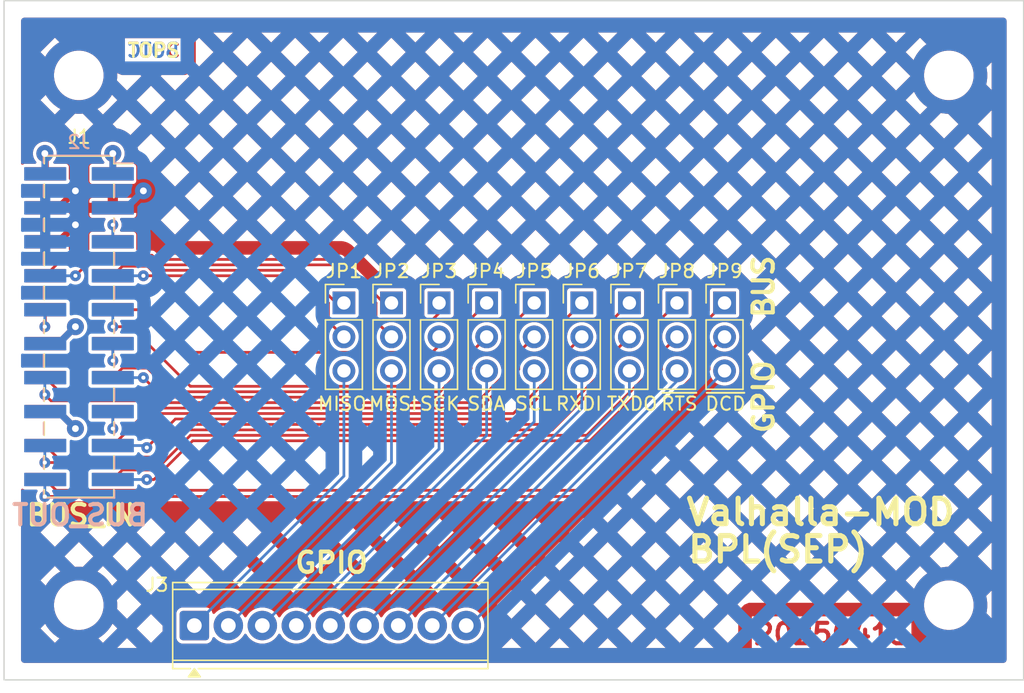
<source format=kicad_pcb>
(kicad_pcb (version 20241229) (generator "pcbnew") (generator_version "9.0")
  (title_block (title "Valhalla MOD PSU") (date "2025-01-06") (rev "1"))
  (layers (0 "F.Cu" signal) (2 "B.Cu" signal) (13 "F.Paste" user) (15 "B.Paste" user) (5 "F.SilkS" user "F.Silkscreen") (7 "B.SilkS" user "B.Silkscreen") (1 "F.Mask" user) (3 "B.Mask" user) (25 "Edge.Cuts" user))
  (net 0 "")
  (net 1 "/DGND")
  (net 2 "/AVCC")
  (net 3 "/~{IINT}")
  (net 4 "/BVCC")
  (net 5 "/~{SS}")
  (net 6 "/AGND")
  (net 7 "/DVCC")
  (net 8 "/LVCC")
  (net 9 "/~{SINT}")
  (net 10 "/~{RESET}")
  (net 11 "/MOSI_IN")
  (net 12 "/~{RTS_IN}")
  (net 13 "/RXDI_IN")
  (net 14 "/SCL_IN")
  (net 15 "/SCK_IN")
  (net 16 "/TXDO_IN")
  (net 17 "/SDA_IN")
  (net 18 "/MISO_IN")
  (net 19 "/~{DCD_IN}")
  (net 20 "/SDA_OUT")
  (net 21 "/SCL_OUT")
  (net 22 "/~{RTS_OUT}")
  (net 23 "/~{DCD_OUT}")
  (net 24 "/SCK_OUT")
  (net 25 "/MISO_OUT")
  (net 26 "/TXDO_OUT")
  (net 27 "/MOSI_OUT")
  (net 28 "/RXDI_OUT")
  (net 29 "Net-(J3-Pin_2)")
  (net 30 "Net-(J3-Pin_1)")
  (net 31 "Net-(J3-Pin_3)")
  (net 32 "Net-(J3-Pin_7)")
  (net 33 "Net-(J3-Pin_6)")
  (net 34 "Net-(J3-Pin_4)")
  (net 35 "Net-(J3-Pin_9)")
  (net 36 "Net-(J3-Pin_8)")
  (net 37 "Net-(J3-Pin_5)")
  (footprint "MountingHole:MountingHole_3.2mm_M3_ISO7380" (layer "F.Cu") (at 139.192 41.148)
    (property "Reference" "H1" (hide yes))
    (property "Value" "UI")
    (pad "" np_thru_hole circle (at 0 0) (size 3.2 3.2) (drill 3.2) (layers "*.Cu" "*.Mask"))
  )
  (footprint "Connector_PinHeader_2.54mm:PinHeader_1x03_P2.54mm_Vertical" (layer "F.Cu") (at 111.76 58.166)
    (property "Reference" "JP6" (at 0 -2.38 0) (layer "F.SilkS"))
    (property "Value" "RXDI")
    (fp_line (start -1.38 -1.38) (end 0 -1.38) (stroke (width 0.12)) (layer "F.SilkS"))
    (fp_line (start -1.38 0) (end -1.38 -1.38) (stroke (width 0.12)) (layer "F.SilkS"))
    (fp_line (start -1.38 1.27) (end -1.38 6.46) (stroke (width 0.12)) (layer "F.SilkS"))
    (fp_line (start -1.38 1.27) (end 1.38 1.27) (stroke (width 0.12)) (layer "F.SilkS"))
    (fp_line (start -1.38 6.46) (end 1.38 6.46) (stroke (width 0.12)) (layer "F.SilkS"))
    (fp_line (start 1.38 1.27) (end 1.38 6.46) (stroke (width 0.12)) (layer "F.SilkS"))
    (pad "1" thru_hole rect (at 0 0) (size 1.7 1.7) (drill 1) (layers "*.Cu" "*.Mask") (net 13 "/RXDI_IN"))
    (pad "2" thru_hole circle (at 0 2.54) (size 1.7 1.7) (drill 1) (layers "*.Cu" "*.Mask") (net 28 "/RXDI_OUT"))
    (pad "3" thru_hole circle (at 0 5.08) (size 1.7 1.7) (drill 1) (layers "*.Cu" "*.Mask") (net 33 "Net-(J3-Pin_6)"))
  )
  (footprint "Connector_PinHeader_2.54mm:PinHeader_1x03_P2.54mm_Vertical" (layer "F.Cu") (at 118.872 58.166)
    (property "Reference" "JP8" (at 0 -2.38 0) (layer "F.SilkS"))
    (property "Value" "~{RTS}")
    (fp_line (start -1.38 -1.38) (end 0 -1.38) (stroke (width 0.12)) (layer "F.SilkS"))
    (fp_line (start -1.38 0) (end -1.38 -1.38) (stroke (width 0.12)) (layer "F.SilkS"))
    (fp_line (start -1.38 1.27) (end -1.38 6.46) (stroke (width 0.12)) (layer "F.SilkS"))
    (fp_line (start -1.38 1.27) (end 1.38 1.27) (stroke (width 0.12)) (layer "F.SilkS"))
    (fp_line (start -1.38 6.46) (end 1.38 6.46) (stroke (width 0.12)) (layer "F.SilkS"))
    (fp_line (start 1.38 1.27) (end 1.38 6.46) (stroke (width 0.12)) (layer "F.SilkS"))
    (pad "1" thru_hole rect (at 0 0) (size 1.7 1.7) (drill 1) (layers "*.Cu" "*.Mask") (net 12 "/~{RTS_IN}"))
    (pad "2" thru_hole circle (at 0 2.54) (size 1.7 1.7) (drill 1) (layers "*.Cu" "*.Mask") (net 22 "/~{RTS_OUT}"))
    (pad "3" thru_hole circle (at 0 5.08) (size 1.7 1.7) (drill 1) (layers "*.Cu" "*.Mask") (net 36 "Net-(J3-Pin_8)"))
  )
  (footprint "Connector_PinHeader_2.54mm:PinHeader_1x03_P2.54mm_Vertical" (layer "F.Cu") (at 97.536 58.166)
    (property "Reference" "JP2" (at 0 -2.38 0) (layer "F.SilkS"))
    (property "Value" "MISO")
    (fp_line (start -1.38 -1.38) (end 0 -1.38) (stroke (width 0.12)) (layer "F.SilkS"))
    (fp_line (start -1.38 0) (end -1.38 -1.38) (stroke (width 0.12)) (layer "F.SilkS"))
    (fp_line (start -1.38 1.27) (end -1.38 6.46) (stroke (width 0.12)) (layer "F.SilkS"))
    (fp_line (start -1.38 1.27) (end 1.38 1.27) (stroke (width 0.12)) (layer "F.SilkS"))
    (fp_line (start -1.38 6.46) (end 1.38 6.46) (stroke (width 0.12)) (layer "F.SilkS"))
    (fp_line (start 1.38 1.27) (end 1.38 6.46) (stroke (width 0.12)) (layer "F.SilkS"))
    (pad "1" thru_hole rect (at 0 0) (size 1.7 1.7) (drill 1) (layers "*.Cu" "*.Mask") (net 18 "/MISO_IN"))
    (pad "2" thru_hole circle (at 0 2.54) (size 1.7 1.7) (drill 1) (layers "*.Cu" "*.Mask") (net 25 "/MISO_OUT"))
    (pad "3" thru_hole circle (at 0 5.08) (size 1.7 1.7) (drill 1) (layers "*.Cu" "*.Mask") (net 29 "Net-(J3-Pin_2)"))
  )
  (footprint "Connector_PinHeader_2.54mm:PinHeader_1x03_P2.54mm_Vertical" (layer "F.Cu") (at 108.204 58.166)
    (property "Reference" "JP5" (at 0 -2.38 0) (layer "F.SilkS"))
    (property "Value" "SCL")
    (fp_line (start -1.38 -1.38) (end 0 -1.38) (stroke (width 0.12)) (layer "F.SilkS"))
    (fp_line (start -1.38 0) (end -1.38 -1.38) (stroke (width 0.12)) (layer "F.SilkS"))
    (fp_line (start -1.38 1.27) (end -1.38 6.46) (stroke (width 0.12)) (layer "F.SilkS"))
    (fp_line (start -1.38 1.27) (end 1.38 1.27) (stroke (width 0.12)) (layer "F.SilkS"))
    (fp_line (start -1.38 6.46) (end 1.38 6.46) (stroke (width 0.12)) (layer "F.SilkS"))
    (fp_line (start 1.38 1.27) (end 1.38 6.46) (stroke (width 0.12)) (layer "F.SilkS"))
    (pad "1" thru_hole rect (at 0 0) (size 1.7 1.7) (drill 1) (layers "*.Cu" "*.Mask") (net 14 "/SCL_IN"))
    (pad "2" thru_hole circle (at 0 2.54) (size 1.7 1.7) (drill 1) (layers "*.Cu" "*.Mask") (net 21 "/SCL_OUT"))
    (pad "3" thru_hole circle (at 0 5.08) (size 1.7 1.7) (drill 1) (layers "*.Cu" "*.Mask") (net 37 "Net-(J3-Pin_5)"))
  )
  (footprint "TerminalBlock_Phoenix:TerminalBlock_Phoenix_MPT-0,5-9-2.54_1x09_P2.54mm_Horizontal" (layer "F.Cu") (at 82.804 82.296)
    (property "Reference" "J3" (at -2.794 -3.048 0) (layer "F.SilkS"))
    (property "Value" "GPIO")
    (fp_line (start -1.62 -3.22) (end -1.62 3.22) (stroke (width 0.12)) (layer "F.SilkS"))
    (fp_line (start -1.62 -3.22) (end 21.94 -3.22) (stroke (width 0.12)) (layer "F.SilkS"))
    (fp_line (start -1.62 -2.7) (end 21.94 -2.7) (stroke (width 0.12)) (layer "F.SilkS"))
    (fp_line (start -1.62 2.6) (end 21.94 2.6) (stroke (width 0.12)) (layer "F.SilkS"))
    (fp_line (start -1.62 3.22) (end -0.3 3.22) (stroke (width 0.12)) (layer "F.SilkS"))
    (fp_line (start 0.3 3.22) (end 21.94 3.22) (stroke (width 0.12)) (layer "F.SilkS"))
    (fp_line (start 21.94 -3.22) (end 21.94 3.22) (stroke (width 0.12)) (layer "F.SilkS"))
    (fp_poly (pts (xy 0 3.22) (xy 0.44 3.83) (xy -0.44 3.83)) (stroke (width 0.12)) (fill yes) (layer "F.SilkS"))
    (pad "1" thru_hole roundrect (at 0 0) (size 2.2 2.2) (drill 1.1) (layers "*.Cu" "*.Mask") (roundrect_rratio 0.113636) (net 30 "Net-(J3-Pin_1)"))
    (pad "2" thru_hole circle (at 2.54 0) (size 2.2 2.2) (drill 1.1) (layers "*.Cu" "*.Mask") (net 29 "Net-(J3-Pin_2)"))
    (pad "3" thru_hole circle (at 5.08 0) (size 2.2 2.2) (drill 1.1) (layers "*.Cu" "*.Mask") (net 31 "Net-(J3-Pin_3)"))
    (pad "4" thru_hole circle (at 7.62 0) (size 2.2 2.2) (drill 1.1) (layers "*.Cu" "*.Mask") (net 34 "Net-(J3-Pin_4)"))
    (pad "5" thru_hole circle (at 10.16 0) (size 2.2 2.2) (drill 1.1) (layers "*.Cu" "*.Mask") (net 37 "Net-(J3-Pin_5)"))
    (pad "6" thru_hole circle (at 12.7 0) (size 2.2 2.2) (drill 1.1) (layers "*.Cu" "*.Mask") (net 33 "Net-(J3-Pin_6)"))
    (pad "7" thru_hole circle (at 15.24 0) (size 2.2 2.2) (drill 1.1) (layers "*.Cu" "*.Mask") (net 32 "Net-(J3-Pin_7)"))
    (pad "8" thru_hole circle (at 17.78 0) (size 2.2 2.2) (drill 1.1) (layers "*.Cu" "*.Mask") (net 36 "Net-(J3-Pin_8)"))
    (pad "9" thru_hole circle (at 20.32 0) (size 2.2 2.2) (drill 1.1) (layers "*.Cu" "*.Mask") (net 35 "Net-(J3-Pin_9)"))
  )
  (footprint "Connector_PinHeader_2.54mm:PinHeader_1x03_P2.54mm_Vertical" (layer "F.Cu") (at 93.98 58.166)
    (property "Reference" "JP1" (at 0 -2.38 0) (layer "F.SilkS"))
    (property "Value" "MOSI")
    (fp_line (start -1.38 -1.38) (end 0 -1.38) (stroke (width 0.12)) (layer "F.SilkS"))
    (fp_line (start -1.38 0) (end -1.38 -1.38) (stroke (width 0.12)) (layer "F.SilkS"))
    (fp_line (start -1.38 1.27) (end -1.38 6.46) (stroke (width 0.12)) (layer "F.SilkS"))
    (fp_line (start -1.38 1.27) (end 1.38 1.27) (stroke (width 0.12)) (layer "F.SilkS"))
    (fp_line (start -1.38 6.46) (end 1.38 6.46) (stroke (width 0.12)) (layer "F.SilkS"))
    (fp_line (start 1.38 1.27) (end 1.38 6.46) (stroke (width 0.12)) (layer "F.SilkS"))
    (pad "1" thru_hole rect (at 0 0) (size 1.7 1.7) (drill 1) (layers "*.Cu" "*.Mask") (net 11 "/MOSI_IN"))
    (pad "2" thru_hole circle (at 0 2.54) (size 1.7 1.7) (drill 1) (layers "*.Cu" "*.Mask") (net 27 "/MOSI_OUT"))
    (pad "3" thru_hole circle (at 0 5.08) (size 1.7 1.7) (drill 1) (layers "*.Cu" "*.Mask") (net 30 "Net-(J3-Pin_1)"))
  )
  (footprint "MountingHole:MountingHole_3.2mm_M3_ISO7380" (layer "F.Cu") (at 74.168 80.772)
    (property "Reference" "H4" (hide yes))
    (property "Value" "BUS")
    (pad "" np_thru_hole circle (at 0 0) (size 3.2 3.2) (drill 3.2) (layers "*.Cu" "*.Mask"))
  )
  (footprint "Connector_PinHeader_2.54mm:PinHeader_1x03_P2.54mm_Vertical" (layer "F.Cu") (at 122.428 58.166)
    (property "Reference" "JP9" (at 0 -2.38 0) (layer "F.SilkS"))
    (property "Value" "~{DCD}")
    (fp_line (start -1.38 -1.38) (end 0 -1.38) (stroke (width 0.12)) (layer "F.SilkS"))
    (fp_line (start -1.38 0) (end -1.38 -1.38) (stroke (width 0.12)) (layer "F.SilkS"))
    (fp_line (start -1.38 1.27) (end -1.38 6.46) (stroke (width 0.12)) (layer "F.SilkS"))
    (fp_line (start -1.38 1.27) (end 1.38 1.27) (stroke (width 0.12)) (layer "F.SilkS"))
    (fp_line (start -1.38 6.46) (end 1.38 6.46) (stroke (width 0.12)) (layer "F.SilkS"))
    (fp_line (start 1.38 1.27) (end 1.38 6.46) (stroke (width 0.12)) (layer "F.SilkS"))
    (pad "1" thru_hole rect (at 0 0) (size 1.7 1.7) (drill 1) (layers "*.Cu" "*.Mask") (net 19 "/~{DCD_IN}"))
    (pad "2" thru_hole circle (at 0 2.54) (size 1.7 1.7) (drill 1) (layers "*.Cu" "*.Mask") (net 23 "/~{DCD_OUT}"))
    (pad "3" thru_hole circle (at 0 5.08) (size 1.7 1.7) (drill 1) (layers "*.Cu" "*.Mask") (net 35 "Net-(J3-Pin_9)"))
  )
  (footprint "Connector_PinHeader_2.54mm:PinHeader_1x03_P2.54mm_Vertical" (layer "F.Cu") (at 101.092 58.166)
    (property "Reference" "JP3" (at 0 -2.38 0) (layer "F.SilkS"))
    (property "Value" "SCK")
    (fp_line (start -1.38 -1.38) (end 0 -1.38) (stroke (width 0.12)) (layer "F.SilkS"))
    (fp_line (start -1.38 0) (end -1.38 -1.38) (stroke (width 0.12)) (layer "F.SilkS"))
    (fp_line (start -1.38 1.27) (end -1.38 6.46) (stroke (width 0.12)) (layer "F.SilkS"))
    (fp_line (start -1.38 1.27) (end 1.38 1.27) (stroke (width 0.12)) (layer "F.SilkS"))
    (fp_line (start -1.38 6.46) (end 1.38 6.46) (stroke (width 0.12)) (layer "F.SilkS"))
    (fp_line (start 1.38 1.27) (end 1.38 6.46) (stroke (width 0.12)) (layer "F.SilkS"))
    (pad "1" thru_hole rect (at 0 0) (size 1.7 1.7) (drill 1) (layers "*.Cu" "*.Mask") (net 15 "/SCK_IN"))
    (pad "2" thru_hole circle (at 0 2.54) (size 1.7 1.7) (drill 1) (layers "*.Cu" "*.Mask") (net 24 "/SCK_OUT"))
    (pad "3" thru_hole circle (at 0 5.08) (size 1.7 1.7) (drill 1) (layers "*.Cu" "*.Mask") (net 31 "Net-(J3-Pin_3)"))
  )
  (footprint "MountingHole:MountingHole_3.2mm_M3_ISO7380" (layer "F.Cu") (at 139.192 80.772)
    (property "Reference" "H2" (hide yes))
    (property "Value" "UI")
    (pad "" np_thru_hole circle (at 0 0) (size 3.2 3.2) (drill 3.2) (layers "*.Cu" "*.Mask"))
  )
  (footprint "Connector_PinSocket_2.54mm:PinSocket_2x10_P2.54mm_Vertical_SMD" (layer "F.Cu") (at 74.188 59.944)
    (property "Reference" "J1" (at 0 -14.2 0) (layer "F.SilkS"))
    (property "Value" "BUS_IN")
    (fp_line (start -2.6 -12.76) (end -2.6 -12.19) (stroke (width 0.12)) (layer "F.SilkS"))
    (fp_line (start -2.6 -12.76) (end 2.6 -12.76) (stroke (width 0.12)) (layer "F.SilkS"))
    (fp_line (start -2.6 -10.67) (end -2.6 -9.65) (stroke (width 0.12)) (layer "F.SilkS"))
    (fp_line (start -2.6 -8.13) (end -2.6 -7.11) (stroke (width 0.12)) (layer "F.SilkS"))
    (fp_line (start -2.6 -5.59) (end -2.6 -4.57) (stroke (width 0.12)) (layer "F.SilkS"))
    (fp_line (start -2.6 -3.05) (end -2.6 -2.03) (stroke (width 0.12)) (layer "F.SilkS"))
    (fp_line (start -2.6 -0.51) (end -2.6 0.51) (stroke (width 0.12)) (layer "F.SilkS"))
    (fp_line (start -2.6 2.03) (end -2.6 3.05) (stroke (width 0.12)) (layer "F.SilkS"))
    (fp_line (start -2.6 4.57) (end -2.6 5.59) (stroke (width 0.12)) (layer "F.SilkS"))
    (fp_line (start -2.6 7.11) (end -2.6 8.13) (stroke (width 0.12)) (layer "F.SilkS"))
    (fp_line (start -2.6 9.65) (end -2.6 10.67) (stroke (width 0.12)) (layer "F.SilkS"))
    (fp_line (start -2.6 12.19) (end -2.6 12.76) (stroke (width 0.12)) (layer "F.SilkS"))
    (fp_line (start -2.6 12.76) (end 2.6 12.76) (stroke (width 0.12)) (layer "F.SilkS"))
    (fp_line (start 2.6 -12.76) (end 2.6 -12.19) (stroke (width 0.12)) (layer "F.SilkS"))
    (fp_line (start 2.6 -12.19) (end 3.96 -12.19) (stroke (width 0.12)) (layer "F.SilkS"))
    (fp_line (start 2.6 -10.67) (end 2.6 -9.65) (stroke (width 0.12)) (layer "F.SilkS"))
    (fp_line (start 2.6 -8.13) (end 2.6 -7.11) (stroke (width 0.12)) (layer "F.SilkS"))
    (fp_line (start 2.6 -5.59) (end 2.6 -4.57) (stroke (width 0.12)) (layer "F.SilkS"))
    (fp_line (start 2.6 -3.05) (end 2.6 -2.03) (stroke (width 0.12)) (layer "F.SilkS"))
    (fp_line (start 2.6 -0.51) (end 2.6 0.51) (stroke (width 0.12)) (layer "F.SilkS"))
    (fp_line (start 2.6 2.03) (end 2.6 3.05) (stroke (width 0.12)) (layer "F.SilkS"))
    (fp_line (start 2.6 4.57) (end 2.6 5.59) (stroke (width 0.12)) (layer "F.SilkS"))
    (fp_line (start 2.6 7.11) (end 2.6 8.13) (stroke (width 0.12)) (layer "F.SilkS"))
    (fp_line (start 2.6 9.65) (end 2.6 10.67) (stroke (width 0.12)) (layer "F.SilkS"))
    (fp_line (start 2.6 12.19) (end 2.6 12.76) (stroke (width 0.12)) (layer "F.SilkS"))
    (pad "1" smd rect (at 2.52 -11.43) (size 3 1) (layers "F.Cu" "F.Mask" "F.Paste") (net 2 "/AVCC"))
    (pad "2" smd rect (at -2.52 -11.43) (size 3 1) (layers "F.Cu" "F.Mask" "F.Paste") (net 6 "/AGND"))
    (pad "3" smd rect (at 2.52 -8.89) (size 3 1) (layers "F.Cu" "F.Mask" "F.Paste") (net 7 "/DVCC"))
    (pad "4" smd rect (at -2.52 -8.89) (size 3 1) (layers "F.Cu" "F.Mask" "F.Paste") (net 1 "/DGND"))
    (pad "5" smd rect (at 2.52 -6.35) (size 3 1) (layers "F.Cu" "F.Mask" "F.Paste") (net 10 "/~{RESET}"))
    (pad "6" smd rect (at -2.52 -6.35) (size 3 1) (layers "F.Cu" "F.Mask" "F.Paste") (net 1 "/DGND"))
    (pad "7" smd rect (at 2.52 -3.81) (size 3 1) (layers "F.Cu" "F.Mask" "F.Paste") (net 11 "/MOSI_IN"))
    (pad "8" smd rect (at -2.52 -3.81) (size 3 1) (layers "F.Cu" "F.Mask" "F.Paste") (net 18 "/MISO_IN"))
    (pad "9" smd rect (at 2.52 -1.27) (size 3 1) (layers "F.Cu" "F.Mask" "F.Paste") (net 15 "/SCK_IN"))
    (pad "10" smd rect (at -2.52 -1.27) (size 3 1) (layers "F.Cu" "F.Mask" "F.Paste") (net 5 "/~{SS}"))
    (pad "11" smd rect (at 2.52 1.27) (size 3 1) (layers "F.Cu" "F.Mask" "F.Paste") (net 9 "/~{SINT}"))
    (pad "12" smd rect (at -2.52 1.27) (size 3 1) (layers "F.Cu" "F.Mask" "F.Paste") (net 4 "/BVCC"))
    (pad "13" smd rect (at 2.52 3.81) (size 3 1) (layers "F.Cu" "F.Mask" "F.Paste") (net 17 "/SDA_IN"))
    (pad "14" smd rect (at -2.52 3.81) (size 3 1) (layers "F.Cu" "F.Mask" "F.Paste") (net 14 "/SCL_IN"))
    (pad "15" smd rect (at 2.52 6.35) (size 3 1) (layers "F.Cu" "F.Mask" "F.Paste") (net 3 "/~{IINT}"))
    (pad "16" smd rect (at -2.52 6.35) (size 3 1) (layers "F.Cu" "F.Mask" "F.Paste") (net 8 "/LVCC"))
    (pad "17" smd rect (at 2.52 8.89) (size 3 1) (layers "F.Cu" "F.Mask" "F.Paste") (net 13 "/RXDI_IN"))
    (pad "18" smd rect (at -2.52 8.89) (size 3 1) (layers "F.Cu" "F.Mask" "F.Paste") (net 16 "/TXDO_IN"))
    (pad "19" smd rect (at 2.52 11.43) (size 3 1) (layers "F.Cu" "F.Mask" "F.Paste") (net 12 "/~{RTS_IN}"))
    (pad "20" smd rect (at -2.52 11.43) (size 3 1) (layers "F.Cu" "F.Mask" "F.Paste") (net 19 "/~{DCD_IN}"))
  )
  (footprint "Connector_PinHeader_2.54mm:PinHeader_1x03_P2.54mm_Vertical" (layer "F.Cu") (at 115.316 58.166)
    (property "Reference" "JP7" (at 0 -2.38 0) (layer "F.SilkS"))
    (property "Value" "TXDO")
    (fp_line (start -1.38 -1.38) (end 0 -1.38) (stroke (width 0.12)) (layer "F.SilkS"))
    (fp_line (start -1.38 0) (end -1.38 -1.38) (stroke (width 0.12)) (layer "F.SilkS"))
    (fp_line (start -1.38 1.27) (end -1.38 6.46) (stroke (width 0.12)) (layer "F.SilkS"))
    (fp_line (start -1.38 1.27) (end 1.38 1.27) (stroke (width 0.12)) (layer "F.SilkS"))
    (fp_line (start -1.38 6.46) (end 1.38 6.46) (stroke (width 0.12)) (layer "F.SilkS"))
    (fp_line (start 1.38 1.27) (end 1.38 6.46) (stroke (width 0.12)) (layer "F.SilkS"))
    (pad "1" thru_hole rect (at 0 0) (size 1.7 1.7) (drill 1) (layers "*.Cu" "*.Mask") (net 16 "/TXDO_IN"))
    (pad "2" thru_hole circle (at 0 2.54) (size 1.7 1.7) (drill 1) (layers "*.Cu" "*.Mask") (net 26 "/TXDO_OUT"))
    (pad "3" thru_hole circle (at 0 5.08) (size 1.7 1.7) (drill 1) (layers "*.Cu" "*.Mask") (net 32 "Net-(J3-Pin_7)"))
  )
  (footprint "Connector_PinHeader_2.54mm:PinHeader_1x03_P2.54mm_Vertical" (layer "F.Cu") (at 104.648 58.166)
    (property "Reference" "JP4" (at 0 -2.38 0) (layer "F.SilkS"))
    (property "Value" "SDA")
    (fp_line (start -1.38 -1.38) (end 0 -1.38) (stroke (width 0.12)) (layer "F.SilkS"))
    (fp_line (start -1.38 0) (end -1.38 -1.38) (stroke (width 0.12)) (layer "F.SilkS"))
    (fp_line (start -1.38 1.27) (end -1.38 6.46) (stroke (width 0.12)) (layer "F.SilkS"))
    (fp_line (start -1.38 1.27) (end 1.38 1.27) (stroke (width 0.12)) (layer "F.SilkS"))
    (fp_line (start -1.38 6.46) (end 1.38 6.46) (stroke (width 0.12)) (layer "F.SilkS"))
    (fp_line (start 1.38 1.27) (end 1.38 6.46) (stroke (width 0.12)) (layer "F.SilkS"))
    (pad "1" thru_hole rect (at 0 0) (size 1.7 1.7) (drill 1) (layers "*.Cu" "*.Mask") (net 17 "/SDA_IN"))
    (pad "2" thru_hole circle (at 0 2.54) (size 1.7 1.7) (drill 1) (layers "*.Cu" "*.Mask") (net 20 "/SDA_OUT"))
    (pad "3" thru_hole circle (at 0 5.08) (size 1.7 1.7) (drill 1) (layers "*.Cu" "*.Mask") (net 34 "Net-(J3-Pin_4)"))
  )
  (footprint "MountingHole:MountingHole_3.2mm_M3_ISO7380" (layer "F.Cu") (at 74.168 41.148)
    (property "Reference" "H3" (hide yes))
    (property "Value" "BUS")
    (pad "" np_thru_hole circle (at 0 0) (size 3.2 3.2) (drill 3.2) (layers "*.Cu" "*.Mask"))
  )
  (footprint "Connector_PinHeader_2.54mm:PinHeader_2x10_P2.54mm_Vertical_SMD" (layer "B.Cu") (at 74.183 59.944 180)
    (property "Reference" "J2" (at 0 13.81 0) (layer "B.SilkS") (effects (justify mirror)))
    (property "Value" "BUS_OUT")
    (fp_line (start 2.65 12.81) (end 2.65 12.24) (stroke (width 0.12)) (layer "B.SilkS"))
    (fp_line (start 2.65 10.62) (end 2.65 9.7) (stroke (width 0.12)) (layer "B.SilkS"))
    (fp_line (start 2.65 8.08) (end 2.65 7.16) (stroke (width 0.12)) (layer "B.SilkS"))
    (fp_line (start 2.65 5.54) (end 2.65 4.62) (stroke (width 0.12)) (layer "B.SilkS"))
    (fp_line (start 2.65 3) (end 2.65 2.08) (stroke (width 0.12)) (layer "B.SilkS"))
    (fp_line (start 2.65 0.46) (end 2.65 -0.46) (stroke (width 0.12)) (layer "B.SilkS"))
    (fp_line (start 2.65 -2.08) (end 2.65 -3) (stroke (width 0.12)) (layer "B.SilkS"))
    (fp_line (start 2.65 -4.62) (end 2.65 -5.54) (stroke (width 0.12)) (layer "B.SilkS"))
    (fp_line (start 2.65 -7.16) (end 2.65 -8.08) (stroke (width 0.12)) (layer "B.SilkS"))
    (fp_line (start 2.65 -9.7) (end 2.65 -10.62) (stroke (width 0.12)) (layer "B.SilkS"))
    (fp_line (start 2.65 -12.24) (end 2.65 -12.81) (stroke (width 0.12)) (layer "B.SilkS"))
    (fp_line (start -2.65 12.81) (end 2.65 12.81) (stroke (width 0.12)) (layer "B.SilkS"))
    (fp_line (start -2.65 12.81) (end -2.65 12.24) (stroke (width 0.12)) (layer "B.SilkS"))
    (fp_line (start -2.65 10.62) (end -2.65 9.7) (stroke (width 0.12)) (layer "B.SilkS"))
    (fp_line (start -2.65 8.08) (end -2.65 7.16) (stroke (width 0.12)) (layer "B.SilkS"))
    (fp_line (start -2.65 5.54) (end -2.65 4.62) (stroke (width 0.12)) (layer "B.SilkS"))
    (fp_line (start -2.65 3) (end -2.65 2.08) (stroke (width 0.12)) (layer "B.SilkS"))
    (fp_line (start -2.65 0.46) (end -2.65 -0.46) (stroke (width 0.12)) (layer "B.SilkS"))
    (fp_line (start -2.65 -2.08) (end -2.65 -3) (stroke (width 0.12)) (layer "B.SilkS"))
    (fp_line (start -2.65 -4.62) (end -2.65 -5.54) (stroke (width 0.12)) (layer "B.SilkS"))
    (fp_line (start -2.65 -7.16) (end -2.65 -8.08) (stroke (width 0.12)) (layer "B.SilkS"))
    (fp_line (start -2.65 -9.7) (end -2.65 -10.62) (stroke (width 0.12)) (layer "B.SilkS"))
    (fp_line (start -2.65 -12.24) (end -2.65 -12.81) (stroke (width 0.12)) (layer "B.SilkS"))
    (fp_line (start -2.65 -12.81) (end 2.65 -12.81) (stroke (width 0.12)) (layer "B.SilkS"))
    (fp_line (start -4.04 12.24) (end -2.65 12.24) (stroke (width 0.12)) (layer "B.SilkS"))
    (pad "1" smd rect (at -2.525 11.43 180) (size 3.15 1) (layers "B.Cu" "B.Mask" "B.Paste") (net 2 "/AVCC"))
    (pad "2" smd rect (at 2.525 11.43 180) (size 3.15 1) (layers "B.Cu" "B.Mask" "B.Paste") (net 6 "/AGND"))
    (pad "3" smd rect (at -2.525 8.89 180) (size 3.15 1) (layers "B.Cu" "B.Mask" "B.Paste") (net 7 "/DVCC"))
    (pad "4" smd rect (at 2.525 8.89 180) (size 3.15 1) (layers "B.Cu" "B.Mask" "B.Paste") (net 1 "/DGND"))
    (pad "5" smd rect (at -2.525 6.35 180) (size 3.15 1) (layers "B.Cu" "B.Mask" "B.Paste") (net 10 "/~{RESET}"))
    (pad "6" smd rect (at 2.525 6.35 180) (size 3.15 1) (layers "B.Cu" "B.Mask" "B.Paste") (net 1 "/DGND"))
    (pad "7" smd rect (at -2.525 3.81 180) (size 3.15 1) (layers "B.Cu" "B.Mask" "B.Paste") (net 27 "/MOSI_OUT"))
    (pad "8" smd rect (at 2.525 3.81 180) (size 3.15 1) (layers "B.Cu" "B.Mask" "B.Paste") (net 25 "/MISO_OUT"))
    (pad "9" smd rect (at -2.525 1.27 180) (size 3.15 1) (layers "B.Cu" "B.Mask" "B.Paste") (net 24 "/SCK_OUT"))
    (pad "10" smd rect (at 2.525 1.27 180) (size 3.15 1) (layers "B.Cu" "B.Mask" "B.Paste") (net 5 "/~{SS}"))
    (pad "11" smd rect (at -2.525 -1.27 180) (size 3.15 1) (layers "B.Cu" "B.Mask" "B.Paste") (net 9 "/~{SINT}"))
    (pad "12" smd rect (at 2.525 -1.27 180) (size 3.15 1) (layers "B.Cu" "B.Mask" "B.Paste") (net 4 "/BVCC"))
    (pad "13" smd rect (at -2.525 -3.81 180) (size 3.15 1) (layers "B.Cu" "B.Mask" "B.Paste") (net 20 "/SDA_OUT"))
    (pad "14" smd rect (at 2.525 -3.81 180) (size 3.15 1) (layers "B.Cu" "B.Mask" "B.Paste") (net 21 "/SCL_OUT"))
    (pad "15" smd rect (at -2.525 -6.35 180) (size 3.15 1) (layers "B.Cu" "B.Mask" "B.Paste") (net 3 "/~{IINT}"))
    (pad "16" smd rect (at 2.525 -6.35 180) (size 3.15 1) (layers "B.Cu" "B.Mask" "B.Paste") (net 8 "/LVCC"))
    (pad "17" smd rect (at -2.525 -8.89 180) (size 3.15 1) (layers "B.Cu" "B.Mask" "B.Paste") (net 28 "/RXDI_OUT"))
    (pad "18" smd rect (at 2.525 -8.89 180) (size 3.15 1) (layers "B.Cu" "B.Mask" "B.Paste") (net 26 "/TXDO_OUT"))
    (pad "19" smd rect (at -2.525 -11.43 180) (size 3.15 1) (layers "B.Cu" "B.Mask" "B.Paste") (net 22 "/~{RTS_OUT}"))
    (pad "20" smd rect (at 2.525 -11.43 180) (size 3.15 1) (layers "B.Cu" "B.Mask" "B.Paste") (net 23 "/~{DCD_OUT}"))
  )
  (gr_rect (start 68.58 35.56) (end 144.78 86.36) (stroke (width 0.1)) (fill no) (layer "Edge.Cuts"))
  (gr_text "20250413" (at 124.46 83.82 0) (layer "F.Cu") (effects (font (size 1.524 1.524) (thickness 0.3048) (bold yes)) (justify left bottom)))
  (gr_text "TOPC" (at 77.724 39.878 0) (layer "F.Cu") (effects (font (size 1.016 1.016) (thickness 0.2032) (bold yes)) (justify left bottom)))
  (gr_text "BOTC" (at 81.788 39.878 0) (layer "B.Cu") (effects (font (size 1.016 1.016) (thickness 0.2032) (bold yes)) (justify left bottom mirror)))
  (gr_text "MOSI" (at 95.758 66.294 0) (layer "F.SilkS") (effects (font (size 1 1)) (justify left bottom)))
  (gr_text "~{DCD}" (at 120.904 66.294 0) (layer "F.SilkS") (effects (font (size 1 1)) (justify left bottom)))
  (gr_text "SCL" (at 106.68 66.294 0) (layer "F.SilkS") (effects (font (size 1 1)) (justify left bottom)))
  (gr_text "BUS" (at 126.238 59.436 90) (layer "F.SilkS") (effects (font (size 1.524 1.524) (thickness 0.3048) (bold yes)) (justify left bottom)))
  (gr_text "RXDI" (at 109.728 66.294 0) (layer "F.SilkS") (effects (font (size 1 1)) (justify left bottom)))
  (gr_text "BUS_IN" (at 70.104 74.93 0) (layer "F.SilkS") (effects (font (size 1.524 1.524) (thickness 0.3048) (bold yes)) (justify left bottom)))
  (gr_text "BPL(SEP)" (at 119.507 77.724 0) (layer "F.SilkS") (effects (font (size 1.905 1.905) (thickness 0.381) (bold yes)) (justify left bottom)))
  (gr_text "TXDO" (at 113.538 66.294 0) (layer "F.SilkS") (effects (font (size 1 1)) (justify left bottom)))
  (gr_text "~{RTS}" (at 117.602 66.294 0) (layer "F.SilkS") (effects (font (size 1 1)) (justify left bottom)))
  (gr_text "Valhalla-MOD" (at 119.38 74.93 0) (layer "F.SilkS") (effects (font (size 1.905 1.905) (thickness 0.381) (bold yes)) (justify left bottom)))
  (gr_text "GPIO" (at 90.17 78.486 0) (layer "F.SilkS") (effects (font (size 1.524 1.524) (thickness 0.3048) (bold yes)) (justify left bottom)))
  (gr_text "TOPS" (at 77.724 39.878 0) (layer "F.SilkS") (effects (font (size 1.016 1.016) (thickness 0.2032) (bold yes)) (justify left bottom)))
  (gr_text "MISO" (at 91.948 66.294 0) (layer "F.SilkS") (effects (font (size 1 1)) (justify left bottom)))
  (gr_text "SDA" (at 103.124 66.294 0) (layer "F.SilkS") (effects (font (size 1 1)) (justify left bottom)))
  (gr_text "GPIO" (at 126.238 68.072 90) (layer "F.SilkS") (effects (font (size 1.524 1.524) (thickness 0.3048) (bold yes)) (justify left bottom)))
  (gr_text "SCK" (at 99.568 66.294 0) (layer "F.SilkS") (effects (font (size 1 1)) (justify left bottom)))
  (gr_text "BUS_OUT" (at 79.502 74.93 0) (layer "B.SilkS") (effects (font (size 1.524 1.524) (thickness 0.3048) (bold yes)) (justify left bottom mirror)))
  (segment (start 72.644 51.054) (end 73.914 49.784) (width 0.508) (layer "F.Cu") (net 1))
  (segment (start 72.644 53.594) (end 73.914 52.324) (width 0.508) (layer "F.Cu") (net 1))
  (segment (start 71.668 51.054) (end 72.644 51.054) (width 0.508) (layer "F.Cu") (net 1))
  (segment (start 71.668 53.594) (end 72.644 53.594) (width 0.508) (layer "F.Cu") (net 1))
  (via (at 73.914 49.784) (size 1.27) (drill 0.508) (layers "F.Cu" "B.Cu") (net 1))
  (via (at 73.914 52.324) (size 1.27) (drill 0.508) (layers "F.Cu" "B.Cu") (net 1))
  (segment (start 76.708 48.514) (end 76.708 46.99) (width 0.508) (layer "F.Cu") (net 2))
  (via (at 76.708 46.99) (size 1.27) (drill 0.508) (layers "F.Cu" "B.Cu") (net 2))
  (segment (start 76.708 46.99) (end 76.708 48.514) (width 0.508) (layer "B.Cu") (net 2))
  (segment (start 76.708 66.294) (end 76.708 67.564) (width 0.2032) (layer "F.Cu") (net 3))
  (via (at 76.708 67.564) (size 0.8128) (drill 0.3048) (layers "F.Cu" "B.Cu") (net 3))
  (segment (start 76.708 67.564) (end 76.708 66.294) (width 0.2032) (layer "B.Cu") (net 3))
  (segment (start 71.668 61.214) (end 72.644 61.214) (width 0.508) (layer "F.Cu") (net 4))
  (segment (start 72.644 61.214) (end 73.914 59.944) (width 0.508) (layer "F.Cu") (net 4))
  (via (at 73.914 59.944) (size 1.27) (drill 0.508) (layers "F.Cu" "B.Cu") (net 4))
  (segment (start 73.914 59.944) (end 72.644 61.214) (width 0.508) (layer "B.Cu") (net 4))
  (segment (start 72.644 61.214) (end 71.658 61.214) (width 0.508) (layer "B.Cu") (net 4))
  (segment (start 71.668 58.674) (end 71.668 59.904) (width 0.2032) (layer "F.Cu") (net 5))
  (segment (start 71.668 59.904) (end 71.628 59.944) (width 0.2032) (layer "F.Cu") (net 5))
  (via (at 71.628 59.944) (size 0.8128) (drill 0.3048) (layers "F.Cu" "B.Cu") (net 5))
  (segment (start 71.628 58.704) (end 71.658 58.674) (width 0.2032) (layer "B.Cu") (net 5))
  (segment (start 71.628 58.644) (end 71.658 58.674) (width 0.2032) (layer "B.Cu") (net 5))
  (segment (start 71.628 59.944) (end 71.628 58.704) (width 0.2032) (layer "B.Cu") (net 5))
  (segment (start 71.668 48.514) (end 71.668 47.03) (width 0.508) (layer "F.Cu") (net 6))
  (segment (start 71.668 47.03) (end 71.628 46.99) (width 0.508) (layer "F.Cu") (net 6))
  (via (at 71.628 46.99) (size 1.27) (drill 0.508) (layers "F.Cu" "B.Cu") (net 6))
  (segment (start 71.628 46.99) (end 71.628 48.484) (width 0.508) (layer "B.Cu") (net 6))
  (segment (start 71.628 48.484) (end 71.658 48.514) (width 0.508) (layer "B.Cu") (net 6))
  (segment (start 76.708 51.054) (end 77.724 51.054) (width 0.508) (layer "F.Cu") (net 7))
  (via (at 78.994 49.784) (size 1.27) (drill 0.508) (layers "F.Cu" "B.Cu") (net 7))
  (segment (start 78.994 49.784) (end 77.724 51.054) (width 0.508) (layer "B.Cu") (net 7))
  (segment (start 77.724 51.054) (end 76.708 51.054) (width 0.508) (layer "B.Cu") (net 7))
  (segment (start 72.644 66.294) (end 73.914 67.564) (width 0.508) (layer "F.Cu") (net 8))
  (segment (start 71.668 66.294) (end 72.644 66.294) (width 0.508) (layer "F.Cu") (net 8))
  (via (at 73.914 67.564) (size 1.27) (drill 0.508) (layers "F.Cu" "B.Cu") (net 8))
  (segment (start 73.914 67.564) (end 72.644 66.294) (width 0.508) (layer "B.Cu") (net 8))
  (segment (start 72.644 66.294) (end 71.658 66.294) (width 0.508) (layer "B.Cu") (net 8))
  (segment (start 76.708 61.214) (end 76.708 62.484) (width 0.2032) (layer "F.Cu") (net 9))
  (via (at 76.708 62.484) (size 0.8128) (drill 0.3048) (layers "F.Cu" "B.Cu") (net 9))
  (segment (start 76.708 62.484) (end 76.708 61.214) (width 0.2032) (layer "B.Cu") (net 9))
  (segment (start 76.708 53.594) (end 76.708 52.324) (width 0.2032) (layer "F.Cu") (net 10))
  (via (at 76.708 52.324) (size 0.8128) (drill 0.3048) (layers "F.Cu" "B.Cu") (net 10))
  (segment (start 76.708 52.324) (end 76.708 53.594) (width 0.2032) (layer "B.Cu") (net 10))
  (segment (start 91.658175 56.423825) (end 90.960951 55.7266) (width 0.2032) (layer "F.Cu") (net 11))
  (segment (start 93.98 58.166) (end 93.400351 58.166) (width 0.2032) (layer "F.Cu") (net 11))
  (segment (start 77.4202 55.4218) (end 76.708 56.134) (width 0.2032) (layer "F.Cu") (net 11))
  (segment (start 79.6026 55.7266) (end 79.2978 55.4218) (width 0.2032) (layer "F.Cu") (net 11))
  (segment (start 79.2978 55.4218) (end 77.4202 55.4218) (width 0.2032) (layer "F.Cu") (net 11))
  (segment (start 90.960951 55.7266) (end 79.6026 55.7266) (width 0.2032) (layer "F.Cu") (net 11))
  (segment (start 93.400351 58.166) (end 91.658175 56.423825) (width 0.2032) (layer "F.Cu") (net 11))
  (segment (start 112.128148 68.068401) (end 82.510602 68.068401) (width 0.2032) (layer "F.Cu") (net 12))
  (segment (start 117.149275 59.888725) (end 117.149275 63.047274) (width 0.2032) (layer "F.Cu") (net 12))
  (segment (start 82.510602 68.068401) (end 79.988501 70.590501) (width 0.2032) (layer "F.Cu") (net 12))
  (segment (start 117.149275 63.047274) (end 112.128148 68.068401) (width 0.2032) (layer "F.Cu") (net 12))
  (segment (start 79.917202 70.6618) (end 79.988501 70.590501) (width 0.2032) (layer "F.Cu") (net 12))
  (segment (start 77.4202 70.6618) (end 79.917202 70.6618) (width 0.2032) (layer "F.Cu") (net 12))
  (segment (start 118.872 58.166) (end 117.149275 59.888725) (width 0.2032) (layer "F.Cu") (net 12))
  (segment (start 76.708 71.374) (end 77.4202 70.6618) (width 0.2032) (layer "F.Cu") (net 12))
  (segment (start 79.103199 66.438801) (end 76.708 68.834) (width 0.2032) (layer "F.Cu") (net 13))
  (segment (start 110.0826 59.8434) (end 110.0826 63.001949) (width 0.2032) (layer "F.Cu") (net 13))
  (segment (start 110.0826 63.001949) (end 106.645748 66.438801) (width 0.2032) (layer "F.Cu") (net 13))
  (segment (start 106.645748 66.438801) (end 79.103199 66.438801) (width 0.2032) (layer "F.Cu") (net 13))
  (segment (start 111.76 58.166) (end 110.0826 59.8434) (width 0.2032) (layer "F.Cu") (net 13))
  (segment (start 78.80815 65.024) (end 72.938 65.024) (width 0.2032) (layer "F.Cu") (net 14))
  (segment (start 79.41 65.624) (end 79.409075 65.624925) (width 0.2032) (layer "F.Cu") (net 14))
  (segment (start 72.938 65.024) (end 71.668 63.754) (width 0.2032) (layer "F.Cu") (net 14))
  (segment (start 103.904548 65.624001) (end 100.584 65.624) (width 0.2032) (layer "F.Cu") (net 14))
  (segment (start 108.204 58.166) (end 106.6408 59.7292) (width 0.2032) (layer "F.Cu") (net 14))
  (segment (start 106.6408 59.7292) (end 106.6408 62.887749) (width 0.2032) (layer "F.Cu") (net 14))
  (segment (start 106.6408 62.887749) (end 103.904548 65.624001) (width 0.2032) (layer "F.Cu") (net 14))
  (segment (start 79.409075 65.624925) (end 78.80815 65.024) (width 0.2032) (layer "F.Cu") (net 14))
  (segment (start 100.584 65.624) (end 79.41 65.624) (width 0.2032) (layer "F.Cu") (net 14))
  (segment (start 101.092 58.928) (end 98.1582 61.8618) (width 0.2032) (layer "F.Cu") (net 15))
  (segment (start 101.092 58.166) (end 101.092 58.928) (width 0.2032) (layer "F.Cu") (net 15))
  (segment (start 82.757951 61.8618) (end 79.57015 58.674) (width 0.2032) (layer "F.Cu") (net 15))
  (segment (start 79.57015 58.674) (end 76.708 58.674) (width 0.2032) (layer "F.Cu") (net 15))
  (segment (start 98.1582 61.8618) (end 82.757951 61.8618) (width 0.2032) (layer "F.Cu") (net 15))
  (segment (start 109.386948 67.253601) (end 82.173102 67.253601) (width 0.2032) (layer "F.Cu") (net 16))
  (segment (start 72.5306 69.6966) (end 71.668 68.834) (width 0.2032) (layer "F.Cu") (net 16))
  (segment (start 113.538 59.944) (end 113.538 63.102549) (width 0.2032) (layer "F.Cu") (net 16))
  (segment (start 79.730103 69.6966) (end 72.5306 69.6966) (width 0.2032) (layer "F.Cu") (net 16))
  (segment (start 115.316 58.166) (end 113.538 59.944) (width 0.2032) (layer "F.Cu") (net 16))
  (segment (start 113.538 63.102549) (end 109.386948 67.253601) (width 0.2032) (layer "F.Cu") (net 16))
  (segment (start 82.173102 67.253601) (end 79.730103 69.6966) (width 0.2032) (layer "F.Cu") (net 16))
  (segment (start 103.0848 59.7292) (end 103.0848 62.887749) (width 0.2032) (layer "F.Cu") (net 17))
  (segment (start 77.4202 63.0418) (end 76.708 63.754) (width 0.2032) (layer "F.Cu") (net 17))
  (segment (start 79.289003 63.0418) (end 77.4202 63.0418) (width 0.2032) (layer "F.Cu") (net 17))
  (segment (start 104.648 58.166) (end 103.0848 59.7292) (width 0.2032) (layer "F.Cu") (net 17))
  (segment (start 101.163349 64.8092) (end 81.056403 64.8092) (width 0.2032) (layer "F.Cu") (net 17))
  (segment (start 81.056403 64.8092) (end 79.289003 63.0418) (width 0.2032) (layer "F.Cu") (net 17))
  (segment (start 103.0848 62.887749) (end 101.163349 64.8092) (width 0.2032) (layer "F.Cu") (net 17))
  (segment (start 97.536 58.166) (end 96.956351 58.166) (width 0.2032) (layer "F.Cu") (net 18))
  (segment (start 79.940101 54.9118) (end 79.69715 54.66885) (width 0.2032) (layer "F.Cu") (net 18))
  (segment (start 73.195 54.607) (end 79.6353 54.607) (width 0.2032) (layer "F.Cu") (net 18))
  (segment (start 79.6353 54.607) (end 79.69715 54.66885) (width 0.2032) (layer "F.Cu") (net 18))
  (segment (start 96.956351 58.166) (end 94.325175 55.534825) (width 0.2032) (layer "F.Cu") (net 18))
  (segment (start 94.325175 55.534825) (end 93.702151 54.9118) (width 0.2032) (layer "F.Cu") (net 18))
  (segment (start 71.668 56.134) (end 73.195 54.607) (width 0.2032) (layer "F.Cu") (net 18))
  (segment (start 93.702151 54.9118) (end 79.940101 54.9118) (width 0.2032) (layer "F.Cu") (net 18))
  (segment (start 111.57275 72.1798) (end 120.8648 62.88775) (width 0.2032) (layer "F.Cu") (net 19))
  (segment (start 120.8648 62.88775) (end 120.8648 59.7292) (width 0.2032) (layer "F.Cu") (net 19))
  (segment (start 120.8648 59.7292) (end 122.428 58.166) (width 0.2032) (layer "F.Cu") (net 19))
  (segment (start 71.668 71.374) (end 72.4738 72.1798) (width 0.2032) (layer "F.Cu") (net 19))
  (segment (start 72.4738 72.1798) (end 111.57275 72.1798) (width 0.2032) (layer "F.Cu") (net 19))
  (segment (start 103.4922 63.0565) (end 103.4922 61.8618) (width 0.2032) (layer "F.Cu") (net 20))
  (segment (start 80.4566 65.2166) (end 101.332099 65.2166) (width 0.2032) (layer "F.Cu") (net 20))
  (segment (start 101.816349 64.73235) (end 103.4922 63.0565) (width 0.2032) (layer "F.Cu") (net 20))
  (segment (start 78.994 63.754) (end 80.4566 65.2166) (width 0.2032) (layer "F.Cu") (net 20))
  (segment (start 101.570749 64.977951) (end 101.816349 64.73235) (width 0.2032) (layer "F.Cu") (net 20))
  (segment (start 101.332099 65.2166) (end 101.570749 64.977951) (width 0.2032) (layer "F.Cu") (net 20))
  (segment (start 103.4922 61.8618) (end 104.648 60.706) (width 0.2032) (layer "F.Cu") (net 20))
  (via (at 78.994 63.754) (size 0.8128) (drill 0.3048) (layers "F.Cu" "B.Cu") (net 20))
  (segment (start 78.994 63.754) (end 76.708 63.754) (width 0.2032) (layer "B.Cu") (net 20))
  (segment (start 78.6962 65.4882) (end 79.2394 66.0314) (width 0.2032) (layer "F.Cu") (net 21))
  (segment (start 107.0482 63.1318) (end 107.0482 61.8618) (width 0.2032) (layer "F.Cu") (net 21))
  (segment (start 71.628 65.024) (end 72.0922 65.4882) (width 0.2032) (layer "F.Cu") (net 21))
  (segment (start 72.0922 65.4882) (end 78.6962 65.4882) (width 0.2032) (layer "F.Cu") (net 21))
  (segment (start 107.0482 61.8618) (end 108.204 60.706) (width 0.2032) (layer "F.Cu") (net 21))
  (segment (start 104.148599 66.031401) (end 107.0482 63.1318) (width 0.2032) (layer "F.Cu") (net 21))
  (segment (start 101.346 66.0314) (end 104.148599 66.031401) (width 0.2032) (layer "F.Cu") (net 21))
  (segment (start 79.2394 66.0314) (end 101.346 66.0314) (width 0.2032) (layer "F.Cu") (net 21))
  (via (at 71.628 65.024) (size 0.8128) (drill 0.3048) (layers "F.Cu" "B.Cu") (net 21))
  (segment (start 71.628 63.784) (end 71.658 63.754) (width 0.2032) (layer "B.Cu") (net 21))
  (segment (start 71.628 65.184398) (end 71.628 65.024) (width 0.2032) (layer "B.Cu") (net 21))
  (segment (start 71.628 65.024) (end 71.628 63.784) (width 0.2032) (layer "B.Cu") (net 21))
  (segment (start 82.679352 68.475801) (end 81.546576 69.608576) (width 0.2032) (layer "F.Cu") (net 22))
  (segment (start 112.372199 68.475801) (end 82.679352 68.475801) (width 0.2032) (layer "F.Cu") (net 22))
  (segment (start 118.872 60.706) (end 117.7162 61.8618) (width 0.2032) (layer "F.Cu") (net 22))
  (segment (start 79.781153 71.374) (end 79.248 71.374) (width 0.2032) (layer "F.Cu") (net 22))
  (segment (start 117.7162 61.8618) (end 117.7162 63.1318) (width 0.2032) (layer "F.Cu") (net 22))
  (segment (start 81.546576 69.608576) (end 79.781153 71.374) (width 0.2032) (layer "F.Cu") (net 22))
  (segment (start 117.7162 63.1318) (end 112.372199 68.475801) (width 0.2032) (layer "F.Cu") (net 22))
  (via (at 79.248 71.374) (size 0.8128) (drill 0.3048) (layers "F.Cu" "B.Cu") (net 22))
  (segment (start 76.708 71.374) (end 79.248 71.374) (width 0.2032) (layer "B.Cu") (net 22))
  (segment (start 121.2722 61.8618) (end 121.2722 62.992) (width 0.2032) (layer "F.Cu") (net 23))
  (segment (start 122.428 60.706) (end 121.2722 61.8618) (width 0.2032) (layer "F.Cu") (net 23))
  (segment (start 107.442 72.644) (end 71.628 72.644) (width 0.2032) (layer "F.Cu") (net 23))
  (segment (start 121.2722 62.992) (end 121.2722 63.1318) (width 0.2032) (layer "F.Cu") (net 23))
  (segment (start 121.2722 63.1318) (end 119.126 65.278) (width 0.2032) (layer "F.Cu") (net 23))
  (segment (start 111.76 72.644) (end 107.442 72.644) (width 0.2032) (layer "F.Cu") (net 23))
  (segment (start 119.126 65.278) (end 111.76 72.644) (width 0.2032) (layer "F.Cu") (net 23))
  (via (at 71.628 72.644) (size 0.8128) (drill 0.3048) (layers "F.Cu" "B.Cu") (net 23))
  (segment (start 71.628 72.644) (end 71.628 71.404) (width 0.2032) (layer "B.Cu") (net 23))
  (segment (start 71.628 71.404) (end 71.658 71.374) (width 0.2032) (layer "B.Cu") (net 23))
  (segment (start 101.092 60.706) (end 101.092 61.3538) (width 0.2032) (layer "F.Cu") (net 24))
  (segment (start 78.0496 59.944) (end 82.5074 64.4018) (width 0.2032) (layer "F.Cu") (net 24))
  (segment (start 82.5074 64.4018) (end 82.55 64.4018) (width 0.2032) (layer "F.Cu") (net 24))
  (segment (start 101.092 61.3538) (end 98.044 64.4018) (width 0.2032) (layer "F.Cu") (net 24))
  (segment (start 98.044 64.4018) (end 82.55 64.4018) (width 0.2032) (layer "F.Cu") (net 24))
  (segment (start 76.708 59.944) (end 78.0496 59.944) (width 0.2032) (layer "F.Cu") (net 24))
  (via (at 76.708 59.944) (size 0.8128) (drill 0.3048) (layers "F.Cu" "B.Cu") (net 24))
  (segment (start 76.708 59.944) (end 76.708 58.674) (width 0.2032) (layer "B.Cu") (net 24))
  (segment (start 90.7922 55.3192) (end 79.77135 55.3192) (width 0.2032) (layer "F.Cu") (net 25))
  (segment (start 93.5334 55.3192) (end 90.7922 55.3192) (width 0.2032) (layer "F.Cu") (net 25))
  (segment (start 79.663076 55.210925) (end 79.46655 55.0144) (width 0.2032) (layer "F.Cu") (net 25))
  (segment (start 97.536 60.706) (end 96.3802 59.5502) (width 0.2032) (layer "F.Cu") (net 25))
  (segment (start 96.3802 59.5502) (end 96.3802 58.166) (width 0.2032) (layer "F.Cu") (net 25))
  (segment (start 75.0336 55.0144) (end 73.914 56.134) (width 0.2032) (layer "F.Cu") (net 25))
  (segment (start 79.46655 55.0144) (end 75.0336 55.0144) (width 0.2032) (layer "F.Cu") (net 25))
  (segment (start 79.77135 55.3192) (end 79.663076 55.210925) (width 0.2032) (layer "F.Cu") (net 25))
  (segment (start 96.3802 58.166) (end 93.5334 55.3192) (width 0.2032) (layer "F.Cu") (net 25))
  (via (at 73.914 56.134) (size 0.8128) (drill 0.3048) (layers "F.Cu" "B.Cu") (net 25))
  (segment (start 73.914 56.134) (end 71.658 56.134) (width 0.2032) (layer "B.Cu") (net 25))
  (segment (start 82.341852 67.661001) (end 79.898853 70.104) (width 0.2032) (layer "F.Cu") (net 26))
  (segment (start 113.9454 62.0766) (end 113.9454 63.271299) (width 0.2032) (layer "F.Cu") (net 26))
  (segment (start 115.316 60.706) (end 113.9454 62.0766) (width 0.2032) (layer "F.Cu") (net 26))
  (segment (start 109.555699 67.661001) (end 82.341852 67.661001) (width 0.2032) (layer "F.Cu") (net 26))
  (segment (start 79.898853 70.104) (end 71.628 70.104) (width 0.2032) (layer "F.Cu") (net 26))
  (segment (start 113.9454 63.271299) (end 109.555699 67.661001) (width 0.2032) (layer "F.Cu") (net 26))
  (via (at 71.628 70.104) (size 0.8128) (drill 0.3048) (layers "F.Cu" "B.Cu") (net 26))
  (segment (start 71.628 68.864) (end 71.658 68.834) (width 0.2032) (layer "B.Cu") (net 26))
  (segment (start 71.628 70.104) (end 71.628 68.864) (width 0.2032) (layer "B.Cu") (net 26))
  (segment (start 92.8242 59.5502) (end 92.8242 58.166) (width 0.2032) (layer "F.Cu") (net 27))
  (segment (start 92.8242 58.166) (end 90.7922 56.134) (width 0.2032) (layer "F.Cu") (net 27))
  (segment (start 93.98 60.706) (end 92.8242 59.5502) (width 0.2032) (layer "F.Cu") (net 27))
  (segment (start 90.7922 56.134) (end 78.994 56.134) (width 0.2032) (layer "F.Cu") (net 27))
  (via (at 78.994 56.134) (size 0.8128) (drill 0.3048) (layers "F.Cu" "B.Cu") (net 27))
  (segment (start 78.994 56.134) (end 76.708 56.134) (width 0.2032) (layer "B.Cu") (net 27))
  (segment (start 110.49 63.246) (end 106.889799 66.846201) (width 0.2032) (layer "F.Cu") (net 28))
  (segment (start 106.889799 66.846201) (end 81.387199 66.846201) (width 0.2032) (layer "F.Cu") (net 28))
  (segment (start 111.76 60.706) (end 110.49 61.976) (width 0.2032) (layer "F.Cu") (net 28))
  (segment (start 110.49 61.976) (end 110.49 63.246) (width 0.2032) (layer "F.Cu") (net 28))
  (segment (start 81.387199 66.846201) (end 79.248 68.9854) (width 0.2032) (layer "F.Cu") (net 28))
  (via (at 79.248 68.9854) (size 0.8128) (drill 0.3048) (layers "F.Cu" "B.Cu") (net 28))
  (segment (start 79.0966 68.834) (end 76.708 68.834) (width 0.2032) (layer "B.Cu") (net 28))
  (segment (start 79.248 68.9854) (end 79.0966 68.834) (width 0.2032) (layer "B.Cu") (net 28))
  (segment (start 85.344 82.296) (end 97.536 70.104) (width 0.2032) (layer "B.Cu") (net 29))
  (segment (start 97.536 70.104) (end 97.536 63.246) (width 0.2032) (layer "B.Cu") (net 29))
  (segment (start 82.804 82.296) (end 93.98 71.12) (width 0.2032) (layer "B.Cu") (net 30))
  (segment (start 93.98 71.12) (end 93.98 63.246) (width 0.2032) (layer "B.Cu") (net 30))
  (segment (start 101.092 69.088) (end 101.092 63.246) (width 0.2032) (layer "B.Cu") (net 31))
  (segment (start 87.884 82.296) (end 101.092 69.088) (width 0.2032) (layer "B.Cu") (net 31))
  (segment (start 98.044 82.296) (end 115.316 65.024) (width 0.2032) (layer "B.Cu") (net 32))
  (segment (start 115.316 65.024) (end 115.316 63.246) (width 0.2032) (layer "B.Cu") (net 32))
  (segment (start 95.504 82.296) (end 111.76 66.04) (width 0.2032) (layer "B.Cu") (net 33))
  (segment (start 111.76 66.04) (end 111.76 63.246) (width 0.2032) (layer "B.Cu") (net 33))
  (segment (start 90.424 82.296) (end 104.648 68.072) (width 0.2032) (layer "B.Cu") (net 34))
  (segment (start 104.648 68.072) (end 104.648 63.246) (width 0.2032) (layer "B.Cu") (net 34))
  (segment (start 103.124 82.296) (end 103.378 82.296) (width 0.2032) (layer "B.Cu") (net 35))
  (segment (start 103.378 82.296) (end 122.428 63.246) (width 0.2032) (layer "B.Cu") (net 35))
  (segment (start 100.584 82.296) (end 118.872 64.008) (width 0.2032) (layer "B.Cu") (net 36))
  (segment (start 118.872 64.008) (end 118.872 63.246) (width 0.2032) (layer "B.Cu") (net 36))
  (segment (start 108.204 67.056) (end 108.204 63.246) (width 0.2032) (layer "B.Cu") (net 37))
  (segment (start 92.964 82.296) (end 108.204 67.056) (width 0.2032) (layer "B.Cu") (net 37))
  (zone (net 7) (net_name "/DVCC") (layer "F.Cu") (connect_pads (clearance 0.254)) (min_thickness 0.2032) (fill yes (mode hatch) (thermal_gap 0.254) (thermal_bridge_width 0.762) (smoothing fillet) (radius 0.254) (hatch_thickness 1.016) (hatch_gap 1.524) (hatch_orientation 45) (hatch_border_algorithm hatch_thickness) (hatch_min_hole_area 0.3))
    (polygon (pts (xy 69.85 36.83) (xy 143.51 36.83) (xy 143.51 85.09) (xy 69.85 85.09)))
  )
  (zone (net 1) (net_name "/DGND") (layer "B.Cu") (connect_pads (clearance 0.254)) (min_thickness 0.2032) (fill yes (mode hatch) (thermal_gap 0.254) (thermal_bridge_width 0.762) (smoothing fillet) (radius 0.254) (hatch_thickness 1.016) (hatch_gap 1.524) (hatch_orientation 45) (hatch_border_algorithm hatch_thickness) (hatch_min_hole_area 0.3))
    (polygon (pts (xy 69.85 36.83) (xy 143.51 36.83) (xy 143.51 85.09) (xy 69.85 85.09)))
  )
)
</source>
